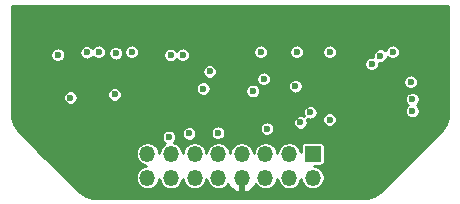
<source format=gbr>
%TF.GenerationSoftware,KiCad,Pcbnew,(5.1.6)-1*%
%TF.CreationDate,2021-02-17T18:40:24-08:00*%
%TF.ProjectId,kg-cable-asl,6b672d63-6162-46c6-952d-61736c2e6b69,rev?*%
%TF.SameCoordinates,Original*%
%TF.FileFunction,Copper,L3,Inr*%
%TF.FilePolarity,Positive*%
%FSLAX46Y46*%
G04 Gerber Fmt 4.6, Leading zero omitted, Abs format (unit mm)*
G04 Created by KiCad (PCBNEW (5.1.6)-1) date 2021-02-17 18:40:24*
%MOMM*%
%LPD*%
G01*
G04 APERTURE LIST*
%TA.AperFunction,ViaPad*%
%ADD10O,1.350000X1.350000*%
%TD*%
%TA.AperFunction,ViaPad*%
%ADD11R,1.350000X1.350000*%
%TD*%
%TA.AperFunction,ViaPad*%
%ADD12C,0.600000*%
%TD*%
%TA.AperFunction,Conductor*%
%ADD13C,0.254000*%
%TD*%
G04 APERTURE END LIST*
D10*
%TO.N,+12V*%
%TO.C,J1*%
X140772900Y-115030000D03*
%TO.N,/GPIO8*%
X140772900Y-113030000D03*
%TO.N,/GPIO7*%
X142772900Y-115030000D03*
%TO.N,/MIC*%
X142772900Y-113030000D03*
%TO.N,/GPIO6*%
X144772900Y-115030000D03*
%TO.N,/AUDIO_OUT*%
X144772900Y-113030000D03*
%TO.N,/GPIO5*%
X146772900Y-115030000D03*
%TO.N,/COR_DET*%
X146772900Y-113030000D03*
%TO.N,GND*%
X148772900Y-115030000D03*
%TO.N,/LEFT_OUT*%
X148772900Y-113030000D03*
%TO.N,/GPIO4*%
X150772900Y-115030000D03*
%TO.N,/CTCSS_DET*%
X150772900Y-113030000D03*
%TO.N,/GPIO1*%
X152772900Y-115030000D03*
%TO.N,+5V*%
X152772900Y-113030000D03*
%TO.N,/GPIO2*%
X154772900Y-115030000D03*
D11*
%TO.N,/PTT*%
X154772900Y-113030000D03*
%TD*%
D12*
%TO.N,GND*%
X130302000Y-105156000D03*
X130302000Y-106172000D03*
X131318000Y-106172000D03*
X131318000Y-105156000D03*
X148500000Y-106700000D03*
%TO.N,+5V*%
X153718961Y-110368794D03*
%TO.N,GND*%
X162000000Y-108500000D03*
X136000000Y-110250000D03*
X158200000Y-106900000D03*
X150900000Y-108400000D03*
X152100000Y-107600000D03*
%TO.N,+5V*%
X163068000Y-106934000D03*
X150622000Y-106680000D03*
X142752667Y-104652538D03*
X133197900Y-104648000D03*
X146050000Y-106045000D03*
X149700000Y-107700000D03*
X145500000Y-107500000D03*
X163200000Y-108400000D03*
X163200000Y-109400000D03*
X150900000Y-110900000D03*
%TO.N,/AIN_6DB*%
X135643264Y-104434558D03*
%TO.N,/RIGHT_OUT*%
X138100000Y-104500000D03*
X134250000Y-108262000D03*
X138000000Y-107999998D03*
%TO.N,/LEFT_OUT*%
X144300000Y-111300000D03*
%TO.N,/MIC_AC*%
X143764000Y-104648000D03*
%TO.N,/EEP_DO*%
X153300000Y-107300000D03*
%TO.N,/EEP_DI*%
X154564810Y-109509871D03*
%TO.N,/EEP_CK*%
X156201091Y-110124228D03*
%TO.N,/EEP_CS*%
X160500000Y-104700000D03*
%TO.N,/GPIO8*%
X136652000Y-104394000D03*
%TO.N,/GPIO7*%
X139446000Y-104394000D03*
%TO.N,/COR_DET*%
X146750000Y-111250000D03*
%TO.N,/GPIO6*%
X150368000Y-104394000D03*
%TO.N,/GPIO5*%
X153416000Y-104394000D03*
%TO.N,/GPIO4*%
X156210000Y-104394000D03*
%TO.N,/GPIO2*%
X159766000Y-105410000D03*
%TO.N,/GPIO1*%
X161544000Y-104394000D03*
%TO.N,/AUDIO_OUT*%
X142600000Y-111600000D03*
%TD*%
D13*
%TO.N,GND*%
G36*
X166195604Y-109890952D02*
G01*
X166163585Y-110216978D01*
X166074924Y-110510472D01*
X165930942Y-110781159D01*
X165723927Y-111034904D01*
X160501203Y-116257529D01*
X160248214Y-116465337D01*
X159978010Y-116610220D01*
X159684812Y-116699859D01*
X159359545Y-116732899D01*
X136192750Y-116729403D01*
X135866735Y-116697388D01*
X135573233Y-116608726D01*
X135302552Y-116464749D01*
X135049317Y-116258153D01*
X131720827Y-112931312D01*
X139770900Y-112931312D01*
X139770900Y-113128688D01*
X139809407Y-113322273D01*
X139884939Y-113504625D01*
X139994596Y-113668738D01*
X140134162Y-113808304D01*
X140298275Y-113917961D01*
X140480627Y-113993493D01*
X140664157Y-114030000D01*
X140480627Y-114066507D01*
X140298275Y-114142039D01*
X140134162Y-114251696D01*
X139994596Y-114391262D01*
X139884939Y-114555375D01*
X139809407Y-114737727D01*
X139770900Y-114931312D01*
X139770900Y-115128688D01*
X139809407Y-115322273D01*
X139884939Y-115504625D01*
X139994596Y-115668738D01*
X140134162Y-115808304D01*
X140298275Y-115917961D01*
X140480627Y-115993493D01*
X140674212Y-116032000D01*
X140871588Y-116032000D01*
X141065173Y-115993493D01*
X141247525Y-115917961D01*
X141411638Y-115808304D01*
X141551204Y-115668738D01*
X141660861Y-115504625D01*
X141736393Y-115322273D01*
X141772900Y-115138743D01*
X141809407Y-115322273D01*
X141884939Y-115504625D01*
X141994596Y-115668738D01*
X142134162Y-115808304D01*
X142298275Y-115917961D01*
X142480627Y-115993493D01*
X142674212Y-116032000D01*
X142871588Y-116032000D01*
X143065173Y-115993493D01*
X143247525Y-115917961D01*
X143411638Y-115808304D01*
X143551204Y-115668738D01*
X143660861Y-115504625D01*
X143736393Y-115322273D01*
X143772900Y-115138743D01*
X143809407Y-115322273D01*
X143884939Y-115504625D01*
X143994596Y-115668738D01*
X144134162Y-115808304D01*
X144298275Y-115917961D01*
X144480627Y-115993493D01*
X144674212Y-116032000D01*
X144871588Y-116032000D01*
X145065173Y-115993493D01*
X145247525Y-115917961D01*
X145411638Y-115808304D01*
X145551204Y-115668738D01*
X145660861Y-115504625D01*
X145736393Y-115322273D01*
X145772900Y-115138743D01*
X145809407Y-115322273D01*
X145884939Y-115504625D01*
X145994596Y-115668738D01*
X146134162Y-115808304D01*
X146298275Y-115917961D01*
X146480627Y-115993493D01*
X146674212Y-116032000D01*
X146871588Y-116032000D01*
X147065173Y-115993493D01*
X147247525Y-115917961D01*
X147411638Y-115808304D01*
X147551204Y-115668738D01*
X147595157Y-115602958D01*
X147727556Y-115819537D01*
X147901673Y-116008303D01*
X148109271Y-116159473D01*
X148342372Y-116267238D01*
X148443500Y-116297910D01*
X148645900Y-116174224D01*
X148645900Y-115157000D01*
X148625900Y-115157000D01*
X148625900Y-114903000D01*
X148645900Y-114903000D01*
X148645900Y-114883000D01*
X148899900Y-114883000D01*
X148899900Y-114903000D01*
X148919900Y-114903000D01*
X148919900Y-115157000D01*
X148899900Y-115157000D01*
X148899900Y-116174224D01*
X149102300Y-116297910D01*
X149203428Y-116267238D01*
X149436529Y-116159473D01*
X149644127Y-116008303D01*
X149818244Y-115819537D01*
X149950643Y-115602958D01*
X149994596Y-115668738D01*
X150134162Y-115808304D01*
X150298275Y-115917961D01*
X150480627Y-115993493D01*
X150674212Y-116032000D01*
X150871588Y-116032000D01*
X151065173Y-115993493D01*
X151247525Y-115917961D01*
X151411638Y-115808304D01*
X151551204Y-115668738D01*
X151660861Y-115504625D01*
X151736393Y-115322273D01*
X151772900Y-115138743D01*
X151809407Y-115322273D01*
X151884939Y-115504625D01*
X151994596Y-115668738D01*
X152134162Y-115808304D01*
X152298275Y-115917961D01*
X152480627Y-115993493D01*
X152674212Y-116032000D01*
X152871588Y-116032000D01*
X153065173Y-115993493D01*
X153247525Y-115917961D01*
X153411638Y-115808304D01*
X153551204Y-115668738D01*
X153660861Y-115504625D01*
X153736393Y-115322273D01*
X153772900Y-115138743D01*
X153809407Y-115322273D01*
X153884939Y-115504625D01*
X153994596Y-115668738D01*
X154134162Y-115808304D01*
X154298275Y-115917961D01*
X154480627Y-115993493D01*
X154674212Y-116032000D01*
X154871588Y-116032000D01*
X155065173Y-115993493D01*
X155247525Y-115917961D01*
X155411638Y-115808304D01*
X155551204Y-115668738D01*
X155660861Y-115504625D01*
X155736393Y-115322273D01*
X155774900Y-115128688D01*
X155774900Y-114931312D01*
X155736393Y-114737727D01*
X155660861Y-114555375D01*
X155551204Y-114391262D01*
X155411638Y-114251696D01*
X155247525Y-114142039D01*
X155065173Y-114066507D01*
X154899650Y-114033582D01*
X155447900Y-114033582D01*
X155512003Y-114027268D01*
X155573643Y-114008570D01*
X155630450Y-113978206D01*
X155680243Y-113937343D01*
X155721106Y-113887550D01*
X155751470Y-113830743D01*
X155770168Y-113769103D01*
X155776482Y-113705000D01*
X155776482Y-112355000D01*
X155770168Y-112290897D01*
X155751470Y-112229257D01*
X155721106Y-112172450D01*
X155680243Y-112122657D01*
X155630450Y-112081794D01*
X155573643Y-112051430D01*
X155512003Y-112032732D01*
X155447900Y-112026418D01*
X154097900Y-112026418D01*
X154033797Y-112032732D01*
X153972157Y-112051430D01*
X153915350Y-112081794D01*
X153865557Y-112122657D01*
X153824694Y-112172450D01*
X153794330Y-112229257D01*
X153775632Y-112290897D01*
X153769318Y-112355000D01*
X153769318Y-112903250D01*
X153736393Y-112737727D01*
X153660861Y-112555375D01*
X153551204Y-112391262D01*
X153411638Y-112251696D01*
X153247525Y-112142039D01*
X153065173Y-112066507D01*
X152871588Y-112028000D01*
X152674212Y-112028000D01*
X152480627Y-112066507D01*
X152298275Y-112142039D01*
X152134162Y-112251696D01*
X151994596Y-112391262D01*
X151884939Y-112555375D01*
X151809407Y-112737727D01*
X151772900Y-112921257D01*
X151736393Y-112737727D01*
X151660861Y-112555375D01*
X151551204Y-112391262D01*
X151411638Y-112251696D01*
X151247525Y-112142039D01*
X151065173Y-112066507D01*
X150871588Y-112028000D01*
X150674212Y-112028000D01*
X150480627Y-112066507D01*
X150298275Y-112142039D01*
X150134162Y-112251696D01*
X149994596Y-112391262D01*
X149884939Y-112555375D01*
X149809407Y-112737727D01*
X149772900Y-112921257D01*
X149736393Y-112737727D01*
X149660861Y-112555375D01*
X149551204Y-112391262D01*
X149411638Y-112251696D01*
X149247525Y-112142039D01*
X149065173Y-112066507D01*
X148871588Y-112028000D01*
X148674212Y-112028000D01*
X148480627Y-112066507D01*
X148298275Y-112142039D01*
X148134162Y-112251696D01*
X147994596Y-112391262D01*
X147884939Y-112555375D01*
X147809407Y-112737727D01*
X147772900Y-112921257D01*
X147736393Y-112737727D01*
X147660861Y-112555375D01*
X147551204Y-112391262D01*
X147411638Y-112251696D01*
X147247525Y-112142039D01*
X147065173Y-112066507D01*
X146871588Y-112028000D01*
X146674212Y-112028000D01*
X146480627Y-112066507D01*
X146298275Y-112142039D01*
X146134162Y-112251696D01*
X145994596Y-112391262D01*
X145884939Y-112555375D01*
X145809407Y-112737727D01*
X145772900Y-112921257D01*
X145736393Y-112737727D01*
X145660861Y-112555375D01*
X145551204Y-112391262D01*
X145411638Y-112251696D01*
X145247525Y-112142039D01*
X145065173Y-112066507D01*
X144871588Y-112028000D01*
X144674212Y-112028000D01*
X144480627Y-112066507D01*
X144298275Y-112142039D01*
X144134162Y-112251696D01*
X143994596Y-112391262D01*
X143884939Y-112555375D01*
X143809407Y-112737727D01*
X143772900Y-112921257D01*
X143736393Y-112737727D01*
X143660861Y-112555375D01*
X143551204Y-112391262D01*
X143411638Y-112251696D01*
X143247525Y-112142039D01*
X143065173Y-112066507D01*
X143027666Y-112059046D01*
X143087023Y-111999689D01*
X143155640Y-111896996D01*
X143202905Y-111782889D01*
X143227000Y-111661754D01*
X143227000Y-111538246D01*
X143202905Y-111417111D01*
X143155640Y-111303004D01*
X143112371Y-111238246D01*
X143673000Y-111238246D01*
X143673000Y-111361754D01*
X143697095Y-111482889D01*
X143744360Y-111596996D01*
X143812977Y-111699689D01*
X143900311Y-111787023D01*
X144003004Y-111855640D01*
X144117111Y-111902905D01*
X144238246Y-111927000D01*
X144361754Y-111927000D01*
X144482889Y-111902905D01*
X144596996Y-111855640D01*
X144699689Y-111787023D01*
X144787023Y-111699689D01*
X144855640Y-111596996D01*
X144902905Y-111482889D01*
X144927000Y-111361754D01*
X144927000Y-111238246D01*
X144917055Y-111188246D01*
X146123000Y-111188246D01*
X146123000Y-111311754D01*
X146147095Y-111432889D01*
X146194360Y-111546996D01*
X146262977Y-111649689D01*
X146350311Y-111737023D01*
X146453004Y-111805640D01*
X146567111Y-111852905D01*
X146688246Y-111877000D01*
X146811754Y-111877000D01*
X146932889Y-111852905D01*
X147046996Y-111805640D01*
X147149689Y-111737023D01*
X147237023Y-111649689D01*
X147305640Y-111546996D01*
X147352905Y-111432889D01*
X147377000Y-111311754D01*
X147377000Y-111188246D01*
X147352905Y-111067111D01*
X147305640Y-110953004D01*
X147237023Y-110850311D01*
X147224958Y-110838246D01*
X150273000Y-110838246D01*
X150273000Y-110961754D01*
X150297095Y-111082889D01*
X150344360Y-111196996D01*
X150412977Y-111299689D01*
X150500311Y-111387023D01*
X150603004Y-111455640D01*
X150717111Y-111502905D01*
X150838246Y-111527000D01*
X150961754Y-111527000D01*
X151082889Y-111502905D01*
X151196996Y-111455640D01*
X151299689Y-111387023D01*
X151387023Y-111299689D01*
X151455640Y-111196996D01*
X151502905Y-111082889D01*
X151527000Y-110961754D01*
X151527000Y-110838246D01*
X151502905Y-110717111D01*
X151455640Y-110603004D01*
X151387023Y-110500311D01*
X151299689Y-110412977D01*
X151196996Y-110344360D01*
X151106899Y-110307040D01*
X153091961Y-110307040D01*
X153091961Y-110430548D01*
X153116056Y-110551683D01*
X153163321Y-110665790D01*
X153231938Y-110768483D01*
X153319272Y-110855817D01*
X153421965Y-110924434D01*
X153536072Y-110971699D01*
X153657207Y-110995794D01*
X153780715Y-110995794D01*
X153901850Y-110971699D01*
X154015957Y-110924434D01*
X154118650Y-110855817D01*
X154205984Y-110768483D01*
X154274601Y-110665790D01*
X154321866Y-110551683D01*
X154345961Y-110430548D01*
X154345961Y-110307040D01*
X154321866Y-110185905D01*
X154274601Y-110071798D01*
X154271390Y-110066992D01*
X154381921Y-110112776D01*
X154503056Y-110136871D01*
X154626564Y-110136871D01*
X154747699Y-110112776D01*
X154861806Y-110065511D01*
X154866351Y-110062474D01*
X155574091Y-110062474D01*
X155574091Y-110185982D01*
X155598186Y-110307117D01*
X155645451Y-110421224D01*
X155714068Y-110523917D01*
X155801402Y-110611251D01*
X155904095Y-110679868D01*
X156018202Y-110727133D01*
X156139337Y-110751228D01*
X156262845Y-110751228D01*
X156383980Y-110727133D01*
X156498087Y-110679868D01*
X156600780Y-110611251D01*
X156688114Y-110523917D01*
X156756731Y-110421224D01*
X156803996Y-110307117D01*
X156828091Y-110185982D01*
X156828091Y-110062474D01*
X156803996Y-109941339D01*
X156756731Y-109827232D01*
X156688114Y-109724539D01*
X156600780Y-109637205D01*
X156498087Y-109568588D01*
X156383980Y-109521323D01*
X156262845Y-109497228D01*
X156139337Y-109497228D01*
X156018202Y-109521323D01*
X155904095Y-109568588D01*
X155801402Y-109637205D01*
X155714068Y-109724539D01*
X155645451Y-109827232D01*
X155598186Y-109941339D01*
X155574091Y-110062474D01*
X154866351Y-110062474D01*
X154964499Y-109996894D01*
X155051833Y-109909560D01*
X155120450Y-109806867D01*
X155167715Y-109692760D01*
X155191810Y-109571625D01*
X155191810Y-109448117D01*
X155167715Y-109326982D01*
X155120450Y-109212875D01*
X155051833Y-109110182D01*
X154964499Y-109022848D01*
X154861806Y-108954231D01*
X154747699Y-108906966D01*
X154626564Y-108882871D01*
X154503056Y-108882871D01*
X154381921Y-108906966D01*
X154267814Y-108954231D01*
X154165121Y-109022848D01*
X154077787Y-109110182D01*
X154009170Y-109212875D01*
X153961905Y-109326982D01*
X153937810Y-109448117D01*
X153937810Y-109571625D01*
X153961905Y-109692760D01*
X154009170Y-109806867D01*
X154012381Y-109811673D01*
X153901850Y-109765889D01*
X153780715Y-109741794D01*
X153657207Y-109741794D01*
X153536072Y-109765889D01*
X153421965Y-109813154D01*
X153319272Y-109881771D01*
X153231938Y-109969105D01*
X153163321Y-110071798D01*
X153116056Y-110185905D01*
X153091961Y-110307040D01*
X151106899Y-110307040D01*
X151082889Y-110297095D01*
X150961754Y-110273000D01*
X150838246Y-110273000D01*
X150717111Y-110297095D01*
X150603004Y-110344360D01*
X150500311Y-110412977D01*
X150412977Y-110500311D01*
X150344360Y-110603004D01*
X150297095Y-110717111D01*
X150273000Y-110838246D01*
X147224958Y-110838246D01*
X147149689Y-110762977D01*
X147046996Y-110694360D01*
X146932889Y-110647095D01*
X146811754Y-110623000D01*
X146688246Y-110623000D01*
X146567111Y-110647095D01*
X146453004Y-110694360D01*
X146350311Y-110762977D01*
X146262977Y-110850311D01*
X146194360Y-110953004D01*
X146147095Y-111067111D01*
X146123000Y-111188246D01*
X144917055Y-111188246D01*
X144902905Y-111117111D01*
X144855640Y-111003004D01*
X144787023Y-110900311D01*
X144699689Y-110812977D01*
X144596996Y-110744360D01*
X144482889Y-110697095D01*
X144361754Y-110673000D01*
X144238246Y-110673000D01*
X144117111Y-110697095D01*
X144003004Y-110744360D01*
X143900311Y-110812977D01*
X143812977Y-110900311D01*
X143744360Y-111003004D01*
X143697095Y-111117111D01*
X143673000Y-111238246D01*
X143112371Y-111238246D01*
X143087023Y-111200311D01*
X142999689Y-111112977D01*
X142896996Y-111044360D01*
X142782889Y-110997095D01*
X142661754Y-110973000D01*
X142538246Y-110973000D01*
X142417111Y-110997095D01*
X142303004Y-111044360D01*
X142200311Y-111112977D01*
X142112977Y-111200311D01*
X142044360Y-111303004D01*
X141997095Y-111417111D01*
X141973000Y-111538246D01*
X141973000Y-111661754D01*
X141997095Y-111782889D01*
X142044360Y-111896996D01*
X142112977Y-111999689D01*
X142200311Y-112087023D01*
X142290462Y-112147260D01*
X142134162Y-112251696D01*
X141994596Y-112391262D01*
X141884939Y-112555375D01*
X141809407Y-112737727D01*
X141772900Y-112921257D01*
X141736393Y-112737727D01*
X141660861Y-112555375D01*
X141551204Y-112391262D01*
X141411638Y-112251696D01*
X141247525Y-112142039D01*
X141065173Y-112066507D01*
X140871588Y-112028000D01*
X140674212Y-112028000D01*
X140480627Y-112066507D01*
X140298275Y-112142039D01*
X140134162Y-112251696D01*
X139994596Y-112391262D01*
X139884939Y-112555375D01*
X139809407Y-112737727D01*
X139770900Y-112931312D01*
X131720827Y-112931312D01*
X129828507Y-111039931D01*
X129620174Y-110786427D01*
X129475227Y-110516259D01*
X129385517Y-110223083D01*
X129352401Y-109897844D01*
X129352659Y-108200246D01*
X133623000Y-108200246D01*
X133623000Y-108323754D01*
X133647095Y-108444889D01*
X133694360Y-108558996D01*
X133762977Y-108661689D01*
X133850311Y-108749023D01*
X133953004Y-108817640D01*
X134067111Y-108864905D01*
X134188246Y-108889000D01*
X134311754Y-108889000D01*
X134432889Y-108864905D01*
X134546996Y-108817640D01*
X134649689Y-108749023D01*
X134737023Y-108661689D01*
X134805640Y-108558996D01*
X134852905Y-108444889D01*
X134877000Y-108323754D01*
X134877000Y-108200246D01*
X134852905Y-108079111D01*
X134805640Y-107965004D01*
X134787760Y-107938244D01*
X137373000Y-107938244D01*
X137373000Y-108061752D01*
X137397095Y-108182887D01*
X137444360Y-108296994D01*
X137512977Y-108399687D01*
X137600311Y-108487021D01*
X137703004Y-108555638D01*
X137817111Y-108602903D01*
X137938246Y-108626998D01*
X138061754Y-108626998D01*
X138182889Y-108602903D01*
X138296996Y-108555638D01*
X138399689Y-108487021D01*
X138487023Y-108399687D01*
X138528076Y-108338246D01*
X162573000Y-108338246D01*
X162573000Y-108461754D01*
X162597095Y-108582889D01*
X162644360Y-108696996D01*
X162712977Y-108799689D01*
X162800311Y-108887023D01*
X162819733Y-108900000D01*
X162800311Y-108912977D01*
X162712977Y-109000311D01*
X162644360Y-109103004D01*
X162597095Y-109217111D01*
X162573000Y-109338246D01*
X162573000Y-109461754D01*
X162597095Y-109582889D01*
X162644360Y-109696996D01*
X162712977Y-109799689D01*
X162800311Y-109887023D01*
X162903004Y-109955640D01*
X163017111Y-110002905D01*
X163138246Y-110027000D01*
X163261754Y-110027000D01*
X163382889Y-110002905D01*
X163496996Y-109955640D01*
X163599689Y-109887023D01*
X163687023Y-109799689D01*
X163755640Y-109696996D01*
X163802905Y-109582889D01*
X163827000Y-109461754D01*
X163827000Y-109338246D01*
X163802905Y-109217111D01*
X163755640Y-109103004D01*
X163687023Y-109000311D01*
X163599689Y-108912977D01*
X163580267Y-108900000D01*
X163599689Y-108887023D01*
X163687023Y-108799689D01*
X163755640Y-108696996D01*
X163802905Y-108582889D01*
X163827000Y-108461754D01*
X163827000Y-108338246D01*
X163802905Y-108217111D01*
X163755640Y-108103004D01*
X163687023Y-108000311D01*
X163599689Y-107912977D01*
X163496996Y-107844360D01*
X163382889Y-107797095D01*
X163261754Y-107773000D01*
X163138246Y-107773000D01*
X163017111Y-107797095D01*
X162903004Y-107844360D01*
X162800311Y-107912977D01*
X162712977Y-108000311D01*
X162644360Y-108103004D01*
X162597095Y-108217111D01*
X162573000Y-108338246D01*
X138528076Y-108338246D01*
X138555640Y-108296994D01*
X138602905Y-108182887D01*
X138627000Y-108061752D01*
X138627000Y-107938244D01*
X138602905Y-107817109D01*
X138555640Y-107703002D01*
X138487023Y-107600309D01*
X138399689Y-107512975D01*
X138296996Y-107444358D01*
X138282241Y-107438246D01*
X144873000Y-107438246D01*
X144873000Y-107561754D01*
X144897095Y-107682889D01*
X144944360Y-107796996D01*
X145012977Y-107899689D01*
X145100311Y-107987023D01*
X145203004Y-108055640D01*
X145317111Y-108102905D01*
X145438246Y-108127000D01*
X145561754Y-108127000D01*
X145682889Y-108102905D01*
X145796996Y-108055640D01*
X145899689Y-107987023D01*
X145987023Y-107899689D01*
X146055640Y-107796996D01*
X146102905Y-107682889D01*
X146111784Y-107638246D01*
X149073000Y-107638246D01*
X149073000Y-107761754D01*
X149097095Y-107882889D01*
X149144360Y-107996996D01*
X149212977Y-108099689D01*
X149300311Y-108187023D01*
X149403004Y-108255640D01*
X149517111Y-108302905D01*
X149638246Y-108327000D01*
X149761754Y-108327000D01*
X149882889Y-108302905D01*
X149996996Y-108255640D01*
X150099689Y-108187023D01*
X150187023Y-108099689D01*
X150255640Y-107996996D01*
X150302905Y-107882889D01*
X150327000Y-107761754D01*
X150327000Y-107638246D01*
X150302905Y-107517111D01*
X150255640Y-107403004D01*
X150187023Y-107300311D01*
X150099689Y-107212977D01*
X149996996Y-107144360D01*
X149882889Y-107097095D01*
X149761754Y-107073000D01*
X149638246Y-107073000D01*
X149517111Y-107097095D01*
X149403004Y-107144360D01*
X149300311Y-107212977D01*
X149212977Y-107300311D01*
X149144360Y-107403004D01*
X149097095Y-107517111D01*
X149073000Y-107638246D01*
X146111784Y-107638246D01*
X146127000Y-107561754D01*
X146127000Y-107438246D01*
X146102905Y-107317111D01*
X146055640Y-107203004D01*
X145987023Y-107100311D01*
X145899689Y-107012977D01*
X145796996Y-106944360D01*
X145682889Y-106897095D01*
X145561754Y-106873000D01*
X145438246Y-106873000D01*
X145317111Y-106897095D01*
X145203004Y-106944360D01*
X145100311Y-107012977D01*
X145012977Y-107100311D01*
X144944360Y-107203004D01*
X144897095Y-107317111D01*
X144873000Y-107438246D01*
X138282241Y-107438246D01*
X138182889Y-107397093D01*
X138061754Y-107372998D01*
X137938246Y-107372998D01*
X137817111Y-107397093D01*
X137703004Y-107444358D01*
X137600311Y-107512975D01*
X137512977Y-107600309D01*
X137444360Y-107703002D01*
X137397095Y-107817109D01*
X137373000Y-107938244D01*
X134787760Y-107938244D01*
X134737023Y-107862311D01*
X134649689Y-107774977D01*
X134546996Y-107706360D01*
X134432889Y-107659095D01*
X134311754Y-107635000D01*
X134188246Y-107635000D01*
X134067111Y-107659095D01*
X133953004Y-107706360D01*
X133850311Y-107774977D01*
X133762977Y-107862311D01*
X133694360Y-107965004D01*
X133647095Y-108079111D01*
X133623000Y-108200246D01*
X129352659Y-108200246D01*
X129352997Y-105983246D01*
X145423000Y-105983246D01*
X145423000Y-106106754D01*
X145447095Y-106227889D01*
X145494360Y-106341996D01*
X145562977Y-106444689D01*
X145650311Y-106532023D01*
X145753004Y-106600640D01*
X145867111Y-106647905D01*
X145988246Y-106672000D01*
X146111754Y-106672000D01*
X146232889Y-106647905D01*
X146304491Y-106618246D01*
X149995000Y-106618246D01*
X149995000Y-106741754D01*
X150019095Y-106862889D01*
X150066360Y-106976996D01*
X150134977Y-107079689D01*
X150222311Y-107167023D01*
X150325004Y-107235640D01*
X150439111Y-107282905D01*
X150560246Y-107307000D01*
X150683754Y-107307000D01*
X150804889Y-107282905D01*
X150912704Y-107238246D01*
X152673000Y-107238246D01*
X152673000Y-107361754D01*
X152697095Y-107482889D01*
X152744360Y-107596996D01*
X152812977Y-107699689D01*
X152900311Y-107787023D01*
X153003004Y-107855640D01*
X153117111Y-107902905D01*
X153238246Y-107927000D01*
X153361754Y-107927000D01*
X153482889Y-107902905D01*
X153596996Y-107855640D01*
X153699689Y-107787023D01*
X153787023Y-107699689D01*
X153855640Y-107596996D01*
X153902905Y-107482889D01*
X153927000Y-107361754D01*
X153927000Y-107238246D01*
X153902905Y-107117111D01*
X153855640Y-107003004D01*
X153787023Y-106900311D01*
X153758958Y-106872246D01*
X162441000Y-106872246D01*
X162441000Y-106995754D01*
X162465095Y-107116889D01*
X162512360Y-107230996D01*
X162580977Y-107333689D01*
X162668311Y-107421023D01*
X162771004Y-107489640D01*
X162885111Y-107536905D01*
X163006246Y-107561000D01*
X163129754Y-107561000D01*
X163250889Y-107536905D01*
X163364996Y-107489640D01*
X163467689Y-107421023D01*
X163555023Y-107333689D01*
X163623640Y-107230996D01*
X163670905Y-107116889D01*
X163695000Y-106995754D01*
X163695000Y-106872246D01*
X163670905Y-106751111D01*
X163623640Y-106637004D01*
X163555023Y-106534311D01*
X163467689Y-106446977D01*
X163364996Y-106378360D01*
X163250889Y-106331095D01*
X163129754Y-106307000D01*
X163006246Y-106307000D01*
X162885111Y-106331095D01*
X162771004Y-106378360D01*
X162668311Y-106446977D01*
X162580977Y-106534311D01*
X162512360Y-106637004D01*
X162465095Y-106751111D01*
X162441000Y-106872246D01*
X153758958Y-106872246D01*
X153699689Y-106812977D01*
X153596996Y-106744360D01*
X153482889Y-106697095D01*
X153361754Y-106673000D01*
X153238246Y-106673000D01*
X153117111Y-106697095D01*
X153003004Y-106744360D01*
X152900311Y-106812977D01*
X152812977Y-106900311D01*
X152744360Y-107003004D01*
X152697095Y-107117111D01*
X152673000Y-107238246D01*
X150912704Y-107238246D01*
X150918996Y-107235640D01*
X151021689Y-107167023D01*
X151109023Y-107079689D01*
X151177640Y-106976996D01*
X151224905Y-106862889D01*
X151249000Y-106741754D01*
X151249000Y-106618246D01*
X151224905Y-106497111D01*
X151177640Y-106383004D01*
X151109023Y-106280311D01*
X151021689Y-106192977D01*
X150918996Y-106124360D01*
X150804889Y-106077095D01*
X150683754Y-106053000D01*
X150560246Y-106053000D01*
X150439111Y-106077095D01*
X150325004Y-106124360D01*
X150222311Y-106192977D01*
X150134977Y-106280311D01*
X150066360Y-106383004D01*
X150019095Y-106497111D01*
X149995000Y-106618246D01*
X146304491Y-106618246D01*
X146346996Y-106600640D01*
X146449689Y-106532023D01*
X146537023Y-106444689D01*
X146605640Y-106341996D01*
X146652905Y-106227889D01*
X146677000Y-106106754D01*
X146677000Y-105983246D01*
X146652905Y-105862111D01*
X146605640Y-105748004D01*
X146537023Y-105645311D01*
X146449689Y-105557977D01*
X146346996Y-105489360D01*
X146232889Y-105442095D01*
X146111754Y-105418000D01*
X145988246Y-105418000D01*
X145867111Y-105442095D01*
X145753004Y-105489360D01*
X145650311Y-105557977D01*
X145562977Y-105645311D01*
X145494360Y-105748004D01*
X145447095Y-105862111D01*
X145423000Y-105983246D01*
X129352997Y-105983246D01*
X129353094Y-105348246D01*
X159139000Y-105348246D01*
X159139000Y-105471754D01*
X159163095Y-105592889D01*
X159210360Y-105706996D01*
X159278977Y-105809689D01*
X159366311Y-105897023D01*
X159469004Y-105965640D01*
X159583111Y-106012905D01*
X159704246Y-106037000D01*
X159827754Y-106037000D01*
X159948889Y-106012905D01*
X160062996Y-105965640D01*
X160165689Y-105897023D01*
X160253023Y-105809689D01*
X160321640Y-105706996D01*
X160368905Y-105592889D01*
X160393000Y-105471754D01*
X160393000Y-105348246D01*
X160386736Y-105316754D01*
X160438246Y-105327000D01*
X160561754Y-105327000D01*
X160682889Y-105302905D01*
X160796996Y-105255640D01*
X160899689Y-105187023D01*
X160987023Y-105099689D01*
X161055640Y-104996996D01*
X161102905Y-104882889D01*
X161110084Y-104846796D01*
X161144311Y-104881023D01*
X161247004Y-104949640D01*
X161361111Y-104996905D01*
X161482246Y-105021000D01*
X161605754Y-105021000D01*
X161726889Y-104996905D01*
X161840996Y-104949640D01*
X161943689Y-104881023D01*
X162031023Y-104793689D01*
X162099640Y-104690996D01*
X162146905Y-104576889D01*
X162171000Y-104455754D01*
X162171000Y-104332246D01*
X162146905Y-104211111D01*
X162099640Y-104097004D01*
X162031023Y-103994311D01*
X161943689Y-103906977D01*
X161840996Y-103838360D01*
X161726889Y-103791095D01*
X161605754Y-103767000D01*
X161482246Y-103767000D01*
X161361111Y-103791095D01*
X161247004Y-103838360D01*
X161144311Y-103906977D01*
X161056977Y-103994311D01*
X160988360Y-104097004D01*
X160941095Y-104211111D01*
X160933916Y-104247204D01*
X160899689Y-104212977D01*
X160796996Y-104144360D01*
X160682889Y-104097095D01*
X160561754Y-104073000D01*
X160438246Y-104073000D01*
X160317111Y-104097095D01*
X160203004Y-104144360D01*
X160100311Y-104212977D01*
X160012977Y-104300311D01*
X159944360Y-104403004D01*
X159897095Y-104517111D01*
X159873000Y-104638246D01*
X159873000Y-104761754D01*
X159879264Y-104793246D01*
X159827754Y-104783000D01*
X159704246Y-104783000D01*
X159583111Y-104807095D01*
X159469004Y-104854360D01*
X159366311Y-104922977D01*
X159278977Y-105010311D01*
X159210360Y-105113004D01*
X159163095Y-105227111D01*
X159139000Y-105348246D01*
X129353094Y-105348246D01*
X129353211Y-104586246D01*
X132570900Y-104586246D01*
X132570900Y-104709754D01*
X132594995Y-104830889D01*
X132642260Y-104944996D01*
X132710877Y-105047689D01*
X132798211Y-105135023D01*
X132900904Y-105203640D01*
X133015011Y-105250905D01*
X133136146Y-105275000D01*
X133259654Y-105275000D01*
X133380789Y-105250905D01*
X133494896Y-105203640D01*
X133597589Y-105135023D01*
X133684923Y-105047689D01*
X133753540Y-104944996D01*
X133800805Y-104830889D01*
X133824900Y-104709754D01*
X133824900Y-104586246D01*
X133800805Y-104465111D01*
X133762570Y-104372804D01*
X135016264Y-104372804D01*
X135016264Y-104496312D01*
X135040359Y-104617447D01*
X135087624Y-104731554D01*
X135156241Y-104834247D01*
X135243575Y-104921581D01*
X135346268Y-104990198D01*
X135460375Y-105037463D01*
X135581510Y-105061558D01*
X135705018Y-105061558D01*
X135826153Y-105037463D01*
X135940260Y-104990198D01*
X136042953Y-104921581D01*
X136130287Y-104834247D01*
X136161182Y-104788009D01*
X136164977Y-104793689D01*
X136252311Y-104881023D01*
X136355004Y-104949640D01*
X136469111Y-104996905D01*
X136590246Y-105021000D01*
X136713754Y-105021000D01*
X136834889Y-104996905D01*
X136948996Y-104949640D01*
X137051689Y-104881023D01*
X137139023Y-104793689D01*
X137207640Y-104690996D01*
X137254905Y-104576889D01*
X137279000Y-104455754D01*
X137279000Y-104438246D01*
X137473000Y-104438246D01*
X137473000Y-104561754D01*
X137497095Y-104682889D01*
X137544360Y-104796996D01*
X137612977Y-104899689D01*
X137700311Y-104987023D01*
X137803004Y-105055640D01*
X137917111Y-105102905D01*
X138038246Y-105127000D01*
X138161754Y-105127000D01*
X138282889Y-105102905D01*
X138396996Y-105055640D01*
X138499689Y-104987023D01*
X138587023Y-104899689D01*
X138655640Y-104796996D01*
X138702905Y-104682889D01*
X138727000Y-104561754D01*
X138727000Y-104438246D01*
X138705916Y-104332246D01*
X138819000Y-104332246D01*
X138819000Y-104455754D01*
X138843095Y-104576889D01*
X138890360Y-104690996D01*
X138958977Y-104793689D01*
X139046311Y-104881023D01*
X139149004Y-104949640D01*
X139263111Y-104996905D01*
X139384246Y-105021000D01*
X139507754Y-105021000D01*
X139628889Y-104996905D01*
X139742996Y-104949640D01*
X139845689Y-104881023D01*
X139933023Y-104793689D01*
X140001640Y-104690996D01*
X140043149Y-104590784D01*
X142125667Y-104590784D01*
X142125667Y-104714292D01*
X142149762Y-104835427D01*
X142197027Y-104949534D01*
X142265644Y-105052227D01*
X142352978Y-105139561D01*
X142455671Y-105208178D01*
X142569778Y-105255443D01*
X142690913Y-105279538D01*
X142814421Y-105279538D01*
X142935556Y-105255443D01*
X143049663Y-105208178D01*
X143152356Y-105139561D01*
X143239690Y-105052227D01*
X143259850Y-105022056D01*
X143276977Y-105047689D01*
X143364311Y-105135023D01*
X143467004Y-105203640D01*
X143581111Y-105250905D01*
X143702246Y-105275000D01*
X143825754Y-105275000D01*
X143946889Y-105250905D01*
X144060996Y-105203640D01*
X144163689Y-105135023D01*
X144251023Y-105047689D01*
X144319640Y-104944996D01*
X144366905Y-104830889D01*
X144391000Y-104709754D01*
X144391000Y-104586246D01*
X144366905Y-104465111D01*
X144319640Y-104351004D01*
X144307107Y-104332246D01*
X149741000Y-104332246D01*
X149741000Y-104455754D01*
X149765095Y-104576889D01*
X149812360Y-104690996D01*
X149880977Y-104793689D01*
X149968311Y-104881023D01*
X150071004Y-104949640D01*
X150185111Y-104996905D01*
X150306246Y-105021000D01*
X150429754Y-105021000D01*
X150550889Y-104996905D01*
X150664996Y-104949640D01*
X150767689Y-104881023D01*
X150855023Y-104793689D01*
X150923640Y-104690996D01*
X150970905Y-104576889D01*
X150995000Y-104455754D01*
X150995000Y-104332246D01*
X152789000Y-104332246D01*
X152789000Y-104455754D01*
X152813095Y-104576889D01*
X152860360Y-104690996D01*
X152928977Y-104793689D01*
X153016311Y-104881023D01*
X153119004Y-104949640D01*
X153233111Y-104996905D01*
X153354246Y-105021000D01*
X153477754Y-105021000D01*
X153598889Y-104996905D01*
X153712996Y-104949640D01*
X153815689Y-104881023D01*
X153903023Y-104793689D01*
X153971640Y-104690996D01*
X154018905Y-104576889D01*
X154043000Y-104455754D01*
X154043000Y-104332246D01*
X155583000Y-104332246D01*
X155583000Y-104455754D01*
X155607095Y-104576889D01*
X155654360Y-104690996D01*
X155722977Y-104793689D01*
X155810311Y-104881023D01*
X155913004Y-104949640D01*
X156027111Y-104996905D01*
X156148246Y-105021000D01*
X156271754Y-105021000D01*
X156392889Y-104996905D01*
X156506996Y-104949640D01*
X156609689Y-104881023D01*
X156697023Y-104793689D01*
X156765640Y-104690996D01*
X156812905Y-104576889D01*
X156837000Y-104455754D01*
X156837000Y-104332246D01*
X156812905Y-104211111D01*
X156765640Y-104097004D01*
X156697023Y-103994311D01*
X156609689Y-103906977D01*
X156506996Y-103838360D01*
X156392889Y-103791095D01*
X156271754Y-103767000D01*
X156148246Y-103767000D01*
X156027111Y-103791095D01*
X155913004Y-103838360D01*
X155810311Y-103906977D01*
X155722977Y-103994311D01*
X155654360Y-104097004D01*
X155607095Y-104211111D01*
X155583000Y-104332246D01*
X154043000Y-104332246D01*
X154018905Y-104211111D01*
X153971640Y-104097004D01*
X153903023Y-103994311D01*
X153815689Y-103906977D01*
X153712996Y-103838360D01*
X153598889Y-103791095D01*
X153477754Y-103767000D01*
X153354246Y-103767000D01*
X153233111Y-103791095D01*
X153119004Y-103838360D01*
X153016311Y-103906977D01*
X152928977Y-103994311D01*
X152860360Y-104097004D01*
X152813095Y-104211111D01*
X152789000Y-104332246D01*
X150995000Y-104332246D01*
X150970905Y-104211111D01*
X150923640Y-104097004D01*
X150855023Y-103994311D01*
X150767689Y-103906977D01*
X150664996Y-103838360D01*
X150550889Y-103791095D01*
X150429754Y-103767000D01*
X150306246Y-103767000D01*
X150185111Y-103791095D01*
X150071004Y-103838360D01*
X149968311Y-103906977D01*
X149880977Y-103994311D01*
X149812360Y-104097004D01*
X149765095Y-104211111D01*
X149741000Y-104332246D01*
X144307107Y-104332246D01*
X144251023Y-104248311D01*
X144163689Y-104160977D01*
X144060996Y-104092360D01*
X143946889Y-104045095D01*
X143825754Y-104021000D01*
X143702246Y-104021000D01*
X143581111Y-104045095D01*
X143467004Y-104092360D01*
X143364311Y-104160977D01*
X143276977Y-104248311D01*
X143256817Y-104278482D01*
X143239690Y-104252849D01*
X143152356Y-104165515D01*
X143049663Y-104096898D01*
X142935556Y-104049633D01*
X142814421Y-104025538D01*
X142690913Y-104025538D01*
X142569778Y-104049633D01*
X142455671Y-104096898D01*
X142352978Y-104165515D01*
X142265644Y-104252849D01*
X142197027Y-104355542D01*
X142149762Y-104469649D01*
X142125667Y-104590784D01*
X140043149Y-104590784D01*
X140048905Y-104576889D01*
X140073000Y-104455754D01*
X140073000Y-104332246D01*
X140048905Y-104211111D01*
X140001640Y-104097004D01*
X139933023Y-103994311D01*
X139845689Y-103906977D01*
X139742996Y-103838360D01*
X139628889Y-103791095D01*
X139507754Y-103767000D01*
X139384246Y-103767000D01*
X139263111Y-103791095D01*
X139149004Y-103838360D01*
X139046311Y-103906977D01*
X138958977Y-103994311D01*
X138890360Y-104097004D01*
X138843095Y-104211111D01*
X138819000Y-104332246D01*
X138705916Y-104332246D01*
X138702905Y-104317111D01*
X138655640Y-104203004D01*
X138587023Y-104100311D01*
X138499689Y-104012977D01*
X138396996Y-103944360D01*
X138282889Y-103897095D01*
X138161754Y-103873000D01*
X138038246Y-103873000D01*
X137917111Y-103897095D01*
X137803004Y-103944360D01*
X137700311Y-104012977D01*
X137612977Y-104100311D01*
X137544360Y-104203004D01*
X137497095Y-104317111D01*
X137473000Y-104438246D01*
X137279000Y-104438246D01*
X137279000Y-104332246D01*
X137254905Y-104211111D01*
X137207640Y-104097004D01*
X137139023Y-103994311D01*
X137051689Y-103906977D01*
X136948996Y-103838360D01*
X136834889Y-103791095D01*
X136713754Y-103767000D01*
X136590246Y-103767000D01*
X136469111Y-103791095D01*
X136355004Y-103838360D01*
X136252311Y-103906977D01*
X136164977Y-103994311D01*
X136134082Y-104040549D01*
X136130287Y-104034869D01*
X136042953Y-103947535D01*
X135940260Y-103878918D01*
X135826153Y-103831653D01*
X135705018Y-103807558D01*
X135581510Y-103807558D01*
X135460375Y-103831653D01*
X135346268Y-103878918D01*
X135243575Y-103947535D01*
X135156241Y-104034869D01*
X135087624Y-104137562D01*
X135040359Y-104251669D01*
X135016264Y-104372804D01*
X133762570Y-104372804D01*
X133753540Y-104351004D01*
X133684923Y-104248311D01*
X133597589Y-104160977D01*
X133494896Y-104092360D01*
X133380789Y-104045095D01*
X133259654Y-104021000D01*
X133136146Y-104021000D01*
X133015011Y-104045095D01*
X132900904Y-104092360D01*
X132798211Y-104160977D01*
X132710877Y-104248311D01*
X132642260Y-104351004D01*
X132594995Y-104465111D01*
X132570900Y-104586246D01*
X129353211Y-104586246D01*
X129353835Y-100503000D01*
X166196939Y-100503000D01*
X166195604Y-109890952D01*
G37*
X166195604Y-109890952D02*
X166163585Y-110216978D01*
X166074924Y-110510472D01*
X165930942Y-110781159D01*
X165723927Y-111034904D01*
X160501203Y-116257529D01*
X160248214Y-116465337D01*
X159978010Y-116610220D01*
X159684812Y-116699859D01*
X159359545Y-116732899D01*
X136192750Y-116729403D01*
X135866735Y-116697388D01*
X135573233Y-116608726D01*
X135302552Y-116464749D01*
X135049317Y-116258153D01*
X131720827Y-112931312D01*
X139770900Y-112931312D01*
X139770900Y-113128688D01*
X139809407Y-113322273D01*
X139884939Y-113504625D01*
X139994596Y-113668738D01*
X140134162Y-113808304D01*
X140298275Y-113917961D01*
X140480627Y-113993493D01*
X140664157Y-114030000D01*
X140480627Y-114066507D01*
X140298275Y-114142039D01*
X140134162Y-114251696D01*
X139994596Y-114391262D01*
X139884939Y-114555375D01*
X139809407Y-114737727D01*
X139770900Y-114931312D01*
X139770900Y-115128688D01*
X139809407Y-115322273D01*
X139884939Y-115504625D01*
X139994596Y-115668738D01*
X140134162Y-115808304D01*
X140298275Y-115917961D01*
X140480627Y-115993493D01*
X140674212Y-116032000D01*
X140871588Y-116032000D01*
X141065173Y-115993493D01*
X141247525Y-115917961D01*
X141411638Y-115808304D01*
X141551204Y-115668738D01*
X141660861Y-115504625D01*
X141736393Y-115322273D01*
X141772900Y-115138743D01*
X141809407Y-115322273D01*
X141884939Y-115504625D01*
X141994596Y-115668738D01*
X142134162Y-115808304D01*
X142298275Y-115917961D01*
X142480627Y-115993493D01*
X142674212Y-116032000D01*
X142871588Y-116032000D01*
X143065173Y-115993493D01*
X143247525Y-115917961D01*
X143411638Y-115808304D01*
X143551204Y-115668738D01*
X143660861Y-115504625D01*
X143736393Y-115322273D01*
X143772900Y-115138743D01*
X143809407Y-115322273D01*
X143884939Y-115504625D01*
X143994596Y-115668738D01*
X144134162Y-115808304D01*
X144298275Y-115917961D01*
X144480627Y-115993493D01*
X144674212Y-116032000D01*
X144871588Y-116032000D01*
X145065173Y-115993493D01*
X145247525Y-115917961D01*
X145411638Y-115808304D01*
X145551204Y-115668738D01*
X145660861Y-115504625D01*
X145736393Y-115322273D01*
X145772900Y-115138743D01*
X145809407Y-115322273D01*
X145884939Y-115504625D01*
X145994596Y-115668738D01*
X146134162Y-115808304D01*
X146298275Y-115917961D01*
X146480627Y-115993493D01*
X146674212Y-116032000D01*
X146871588Y-116032000D01*
X147065173Y-115993493D01*
X147247525Y-115917961D01*
X147411638Y-115808304D01*
X147551204Y-115668738D01*
X147595157Y-115602958D01*
X147727556Y-115819537D01*
X147901673Y-116008303D01*
X148109271Y-116159473D01*
X148342372Y-116267238D01*
X148443500Y-116297910D01*
X148645900Y-116174224D01*
X148645900Y-115157000D01*
X148625900Y-115157000D01*
X148625900Y-114903000D01*
X148645900Y-114903000D01*
X148645900Y-114883000D01*
X148899900Y-114883000D01*
X148899900Y-114903000D01*
X148919900Y-114903000D01*
X148919900Y-115157000D01*
X148899900Y-115157000D01*
X148899900Y-116174224D01*
X149102300Y-116297910D01*
X149203428Y-116267238D01*
X149436529Y-116159473D01*
X149644127Y-116008303D01*
X149818244Y-115819537D01*
X149950643Y-115602958D01*
X149994596Y-115668738D01*
X150134162Y-115808304D01*
X150298275Y-115917961D01*
X150480627Y-115993493D01*
X150674212Y-116032000D01*
X150871588Y-116032000D01*
X151065173Y-115993493D01*
X151247525Y-115917961D01*
X151411638Y-115808304D01*
X151551204Y-115668738D01*
X151660861Y-115504625D01*
X151736393Y-115322273D01*
X151772900Y-115138743D01*
X151809407Y-115322273D01*
X151884939Y-115504625D01*
X151994596Y-115668738D01*
X152134162Y-115808304D01*
X152298275Y-115917961D01*
X152480627Y-115993493D01*
X152674212Y-116032000D01*
X152871588Y-116032000D01*
X153065173Y-115993493D01*
X153247525Y-115917961D01*
X153411638Y-115808304D01*
X153551204Y-115668738D01*
X153660861Y-115504625D01*
X153736393Y-115322273D01*
X153772900Y-115138743D01*
X153809407Y-115322273D01*
X153884939Y-115504625D01*
X153994596Y-115668738D01*
X154134162Y-115808304D01*
X154298275Y-115917961D01*
X154480627Y-115993493D01*
X154674212Y-116032000D01*
X154871588Y-116032000D01*
X155065173Y-115993493D01*
X155247525Y-115917961D01*
X155411638Y-115808304D01*
X155551204Y-115668738D01*
X155660861Y-115504625D01*
X155736393Y-115322273D01*
X155774900Y-115128688D01*
X155774900Y-114931312D01*
X155736393Y-114737727D01*
X155660861Y-114555375D01*
X155551204Y-114391262D01*
X155411638Y-114251696D01*
X155247525Y-114142039D01*
X155065173Y-114066507D01*
X154899650Y-114033582D01*
X155447900Y-114033582D01*
X155512003Y-114027268D01*
X155573643Y-114008570D01*
X155630450Y-113978206D01*
X155680243Y-113937343D01*
X155721106Y-113887550D01*
X155751470Y-113830743D01*
X155770168Y-113769103D01*
X155776482Y-113705000D01*
X155776482Y-112355000D01*
X155770168Y-112290897D01*
X155751470Y-112229257D01*
X155721106Y-112172450D01*
X155680243Y-112122657D01*
X155630450Y-112081794D01*
X155573643Y-112051430D01*
X155512003Y-112032732D01*
X155447900Y-112026418D01*
X154097900Y-112026418D01*
X154033797Y-112032732D01*
X153972157Y-112051430D01*
X153915350Y-112081794D01*
X153865557Y-112122657D01*
X153824694Y-112172450D01*
X153794330Y-112229257D01*
X153775632Y-112290897D01*
X153769318Y-112355000D01*
X153769318Y-112903250D01*
X153736393Y-112737727D01*
X153660861Y-112555375D01*
X153551204Y-112391262D01*
X153411638Y-112251696D01*
X153247525Y-112142039D01*
X153065173Y-112066507D01*
X152871588Y-112028000D01*
X152674212Y-112028000D01*
X152480627Y-112066507D01*
X152298275Y-112142039D01*
X152134162Y-112251696D01*
X151994596Y-112391262D01*
X151884939Y-112555375D01*
X151809407Y-112737727D01*
X151772900Y-112921257D01*
X151736393Y-112737727D01*
X151660861Y-112555375D01*
X151551204Y-112391262D01*
X151411638Y-112251696D01*
X151247525Y-112142039D01*
X151065173Y-112066507D01*
X150871588Y-112028000D01*
X150674212Y-112028000D01*
X150480627Y-112066507D01*
X150298275Y-112142039D01*
X150134162Y-112251696D01*
X149994596Y-112391262D01*
X149884939Y-112555375D01*
X149809407Y-112737727D01*
X149772900Y-112921257D01*
X149736393Y-112737727D01*
X149660861Y-112555375D01*
X149551204Y-112391262D01*
X149411638Y-112251696D01*
X149247525Y-112142039D01*
X149065173Y-112066507D01*
X148871588Y-112028000D01*
X148674212Y-112028000D01*
X148480627Y-112066507D01*
X148298275Y-112142039D01*
X148134162Y-112251696D01*
X147994596Y-112391262D01*
X147884939Y-112555375D01*
X147809407Y-112737727D01*
X147772900Y-112921257D01*
X147736393Y-112737727D01*
X147660861Y-112555375D01*
X147551204Y-112391262D01*
X147411638Y-112251696D01*
X147247525Y-112142039D01*
X147065173Y-112066507D01*
X146871588Y-112028000D01*
X146674212Y-112028000D01*
X146480627Y-112066507D01*
X146298275Y-112142039D01*
X146134162Y-112251696D01*
X145994596Y-112391262D01*
X145884939Y-112555375D01*
X145809407Y-112737727D01*
X145772900Y-112921257D01*
X145736393Y-112737727D01*
X145660861Y-112555375D01*
X145551204Y-112391262D01*
X145411638Y-112251696D01*
X145247525Y-112142039D01*
X145065173Y-112066507D01*
X144871588Y-112028000D01*
X144674212Y-112028000D01*
X144480627Y-112066507D01*
X144298275Y-112142039D01*
X144134162Y-112251696D01*
X143994596Y-112391262D01*
X143884939Y-112555375D01*
X143809407Y-112737727D01*
X143772900Y-112921257D01*
X143736393Y-112737727D01*
X143660861Y-112555375D01*
X143551204Y-112391262D01*
X143411638Y-112251696D01*
X143247525Y-112142039D01*
X143065173Y-112066507D01*
X143027666Y-112059046D01*
X143087023Y-111999689D01*
X143155640Y-111896996D01*
X143202905Y-111782889D01*
X143227000Y-111661754D01*
X143227000Y-111538246D01*
X143202905Y-111417111D01*
X143155640Y-111303004D01*
X143112371Y-111238246D01*
X143673000Y-111238246D01*
X143673000Y-111361754D01*
X143697095Y-111482889D01*
X143744360Y-111596996D01*
X143812977Y-111699689D01*
X143900311Y-111787023D01*
X144003004Y-111855640D01*
X144117111Y-111902905D01*
X144238246Y-111927000D01*
X144361754Y-111927000D01*
X144482889Y-111902905D01*
X144596996Y-111855640D01*
X144699689Y-111787023D01*
X144787023Y-111699689D01*
X144855640Y-111596996D01*
X144902905Y-111482889D01*
X144927000Y-111361754D01*
X144927000Y-111238246D01*
X144917055Y-111188246D01*
X146123000Y-111188246D01*
X146123000Y-111311754D01*
X146147095Y-111432889D01*
X146194360Y-111546996D01*
X146262977Y-111649689D01*
X146350311Y-111737023D01*
X146453004Y-111805640D01*
X146567111Y-111852905D01*
X146688246Y-111877000D01*
X146811754Y-111877000D01*
X146932889Y-111852905D01*
X147046996Y-111805640D01*
X147149689Y-111737023D01*
X147237023Y-111649689D01*
X147305640Y-111546996D01*
X147352905Y-111432889D01*
X147377000Y-111311754D01*
X147377000Y-111188246D01*
X147352905Y-111067111D01*
X147305640Y-110953004D01*
X147237023Y-110850311D01*
X147224958Y-110838246D01*
X150273000Y-110838246D01*
X150273000Y-110961754D01*
X150297095Y-111082889D01*
X150344360Y-111196996D01*
X150412977Y-111299689D01*
X150500311Y-111387023D01*
X150603004Y-111455640D01*
X150717111Y-111502905D01*
X150838246Y-111527000D01*
X150961754Y-111527000D01*
X151082889Y-111502905D01*
X151196996Y-111455640D01*
X151299689Y-111387023D01*
X151387023Y-111299689D01*
X151455640Y-111196996D01*
X151502905Y-111082889D01*
X151527000Y-110961754D01*
X151527000Y-110838246D01*
X151502905Y-110717111D01*
X151455640Y-110603004D01*
X151387023Y-110500311D01*
X151299689Y-110412977D01*
X151196996Y-110344360D01*
X151106899Y-110307040D01*
X153091961Y-110307040D01*
X153091961Y-110430548D01*
X153116056Y-110551683D01*
X153163321Y-110665790D01*
X153231938Y-110768483D01*
X153319272Y-110855817D01*
X153421965Y-110924434D01*
X153536072Y-110971699D01*
X153657207Y-110995794D01*
X153780715Y-110995794D01*
X153901850Y-110971699D01*
X154015957Y-110924434D01*
X154118650Y-110855817D01*
X154205984Y-110768483D01*
X154274601Y-110665790D01*
X154321866Y-110551683D01*
X154345961Y-110430548D01*
X154345961Y-110307040D01*
X154321866Y-110185905D01*
X154274601Y-110071798D01*
X154271390Y-110066992D01*
X154381921Y-110112776D01*
X154503056Y-110136871D01*
X154626564Y-110136871D01*
X154747699Y-110112776D01*
X154861806Y-110065511D01*
X154866351Y-110062474D01*
X155574091Y-110062474D01*
X155574091Y-110185982D01*
X155598186Y-110307117D01*
X155645451Y-110421224D01*
X155714068Y-110523917D01*
X155801402Y-110611251D01*
X155904095Y-110679868D01*
X156018202Y-110727133D01*
X156139337Y-110751228D01*
X156262845Y-110751228D01*
X156383980Y-110727133D01*
X156498087Y-110679868D01*
X156600780Y-110611251D01*
X156688114Y-110523917D01*
X156756731Y-110421224D01*
X156803996Y-110307117D01*
X156828091Y-110185982D01*
X156828091Y-110062474D01*
X156803996Y-109941339D01*
X156756731Y-109827232D01*
X156688114Y-109724539D01*
X156600780Y-109637205D01*
X156498087Y-109568588D01*
X156383980Y-109521323D01*
X156262845Y-109497228D01*
X156139337Y-109497228D01*
X156018202Y-109521323D01*
X155904095Y-109568588D01*
X155801402Y-109637205D01*
X155714068Y-109724539D01*
X155645451Y-109827232D01*
X155598186Y-109941339D01*
X155574091Y-110062474D01*
X154866351Y-110062474D01*
X154964499Y-109996894D01*
X155051833Y-109909560D01*
X155120450Y-109806867D01*
X155167715Y-109692760D01*
X155191810Y-109571625D01*
X155191810Y-109448117D01*
X155167715Y-109326982D01*
X155120450Y-109212875D01*
X155051833Y-109110182D01*
X154964499Y-109022848D01*
X154861806Y-108954231D01*
X154747699Y-108906966D01*
X154626564Y-108882871D01*
X154503056Y-108882871D01*
X154381921Y-108906966D01*
X154267814Y-108954231D01*
X154165121Y-109022848D01*
X154077787Y-109110182D01*
X154009170Y-109212875D01*
X153961905Y-109326982D01*
X153937810Y-109448117D01*
X153937810Y-109571625D01*
X153961905Y-109692760D01*
X154009170Y-109806867D01*
X154012381Y-109811673D01*
X153901850Y-109765889D01*
X153780715Y-109741794D01*
X153657207Y-109741794D01*
X153536072Y-109765889D01*
X153421965Y-109813154D01*
X153319272Y-109881771D01*
X153231938Y-109969105D01*
X153163321Y-110071798D01*
X153116056Y-110185905D01*
X153091961Y-110307040D01*
X151106899Y-110307040D01*
X151082889Y-110297095D01*
X150961754Y-110273000D01*
X150838246Y-110273000D01*
X150717111Y-110297095D01*
X150603004Y-110344360D01*
X150500311Y-110412977D01*
X150412977Y-110500311D01*
X150344360Y-110603004D01*
X150297095Y-110717111D01*
X150273000Y-110838246D01*
X147224958Y-110838246D01*
X147149689Y-110762977D01*
X147046996Y-110694360D01*
X146932889Y-110647095D01*
X146811754Y-110623000D01*
X146688246Y-110623000D01*
X146567111Y-110647095D01*
X146453004Y-110694360D01*
X146350311Y-110762977D01*
X146262977Y-110850311D01*
X146194360Y-110953004D01*
X146147095Y-111067111D01*
X146123000Y-111188246D01*
X144917055Y-111188246D01*
X144902905Y-111117111D01*
X144855640Y-111003004D01*
X144787023Y-110900311D01*
X144699689Y-110812977D01*
X144596996Y-110744360D01*
X144482889Y-110697095D01*
X144361754Y-110673000D01*
X144238246Y-110673000D01*
X144117111Y-110697095D01*
X144003004Y-110744360D01*
X143900311Y-110812977D01*
X143812977Y-110900311D01*
X143744360Y-111003004D01*
X143697095Y-111117111D01*
X143673000Y-111238246D01*
X143112371Y-111238246D01*
X143087023Y-111200311D01*
X142999689Y-111112977D01*
X142896996Y-111044360D01*
X142782889Y-110997095D01*
X142661754Y-110973000D01*
X142538246Y-110973000D01*
X142417111Y-110997095D01*
X142303004Y-111044360D01*
X142200311Y-111112977D01*
X142112977Y-111200311D01*
X142044360Y-111303004D01*
X141997095Y-111417111D01*
X141973000Y-111538246D01*
X141973000Y-111661754D01*
X141997095Y-111782889D01*
X142044360Y-111896996D01*
X142112977Y-111999689D01*
X142200311Y-112087023D01*
X142290462Y-112147260D01*
X142134162Y-112251696D01*
X141994596Y-112391262D01*
X141884939Y-112555375D01*
X141809407Y-112737727D01*
X141772900Y-112921257D01*
X141736393Y-112737727D01*
X141660861Y-112555375D01*
X141551204Y-112391262D01*
X141411638Y-112251696D01*
X141247525Y-112142039D01*
X141065173Y-112066507D01*
X140871588Y-112028000D01*
X140674212Y-112028000D01*
X140480627Y-112066507D01*
X140298275Y-112142039D01*
X140134162Y-112251696D01*
X139994596Y-112391262D01*
X139884939Y-112555375D01*
X139809407Y-112737727D01*
X139770900Y-112931312D01*
X131720827Y-112931312D01*
X129828507Y-111039931D01*
X129620174Y-110786427D01*
X129475227Y-110516259D01*
X129385517Y-110223083D01*
X129352401Y-109897844D01*
X129352659Y-108200246D01*
X133623000Y-108200246D01*
X133623000Y-108323754D01*
X133647095Y-108444889D01*
X133694360Y-108558996D01*
X133762977Y-108661689D01*
X133850311Y-108749023D01*
X133953004Y-108817640D01*
X134067111Y-108864905D01*
X134188246Y-108889000D01*
X134311754Y-108889000D01*
X134432889Y-108864905D01*
X134546996Y-108817640D01*
X134649689Y-108749023D01*
X134737023Y-108661689D01*
X134805640Y-108558996D01*
X134852905Y-108444889D01*
X134877000Y-108323754D01*
X134877000Y-108200246D01*
X134852905Y-108079111D01*
X134805640Y-107965004D01*
X134787760Y-107938244D01*
X137373000Y-107938244D01*
X137373000Y-108061752D01*
X137397095Y-108182887D01*
X137444360Y-108296994D01*
X137512977Y-108399687D01*
X137600311Y-108487021D01*
X137703004Y-108555638D01*
X137817111Y-108602903D01*
X137938246Y-108626998D01*
X138061754Y-108626998D01*
X138182889Y-108602903D01*
X138296996Y-108555638D01*
X138399689Y-108487021D01*
X138487023Y-108399687D01*
X138528076Y-108338246D01*
X162573000Y-108338246D01*
X162573000Y-108461754D01*
X162597095Y-108582889D01*
X162644360Y-108696996D01*
X162712977Y-108799689D01*
X162800311Y-108887023D01*
X162819733Y-108900000D01*
X162800311Y-108912977D01*
X162712977Y-109000311D01*
X162644360Y-109103004D01*
X162597095Y-109217111D01*
X162573000Y-109338246D01*
X162573000Y-109461754D01*
X162597095Y-109582889D01*
X162644360Y-109696996D01*
X162712977Y-109799689D01*
X162800311Y-109887023D01*
X162903004Y-109955640D01*
X163017111Y-110002905D01*
X163138246Y-110027000D01*
X163261754Y-110027000D01*
X163382889Y-110002905D01*
X163496996Y-109955640D01*
X163599689Y-109887023D01*
X163687023Y-109799689D01*
X163755640Y-109696996D01*
X163802905Y-109582889D01*
X163827000Y-109461754D01*
X163827000Y-109338246D01*
X163802905Y-109217111D01*
X163755640Y-109103004D01*
X163687023Y-109000311D01*
X163599689Y-108912977D01*
X163580267Y-108900000D01*
X163599689Y-108887023D01*
X163687023Y-108799689D01*
X163755640Y-108696996D01*
X163802905Y-108582889D01*
X163827000Y-108461754D01*
X163827000Y-108338246D01*
X163802905Y-108217111D01*
X163755640Y-108103004D01*
X163687023Y-108000311D01*
X163599689Y-107912977D01*
X163496996Y-107844360D01*
X163382889Y-107797095D01*
X163261754Y-107773000D01*
X163138246Y-107773000D01*
X163017111Y-107797095D01*
X162903004Y-107844360D01*
X162800311Y-107912977D01*
X162712977Y-108000311D01*
X162644360Y-108103004D01*
X162597095Y-108217111D01*
X162573000Y-108338246D01*
X138528076Y-108338246D01*
X138555640Y-108296994D01*
X138602905Y-108182887D01*
X138627000Y-108061752D01*
X138627000Y-107938244D01*
X138602905Y-107817109D01*
X138555640Y-107703002D01*
X138487023Y-107600309D01*
X138399689Y-107512975D01*
X138296996Y-107444358D01*
X138282241Y-107438246D01*
X144873000Y-107438246D01*
X144873000Y-107561754D01*
X144897095Y-107682889D01*
X144944360Y-107796996D01*
X145012977Y-107899689D01*
X145100311Y-107987023D01*
X145203004Y-108055640D01*
X145317111Y-108102905D01*
X145438246Y-108127000D01*
X145561754Y-108127000D01*
X145682889Y-108102905D01*
X145796996Y-108055640D01*
X145899689Y-107987023D01*
X145987023Y-107899689D01*
X146055640Y-107796996D01*
X146102905Y-107682889D01*
X146111784Y-107638246D01*
X149073000Y-107638246D01*
X149073000Y-107761754D01*
X149097095Y-107882889D01*
X149144360Y-107996996D01*
X149212977Y-108099689D01*
X149300311Y-108187023D01*
X149403004Y-108255640D01*
X149517111Y-108302905D01*
X149638246Y-108327000D01*
X149761754Y-108327000D01*
X149882889Y-108302905D01*
X149996996Y-108255640D01*
X150099689Y-108187023D01*
X150187023Y-108099689D01*
X150255640Y-107996996D01*
X150302905Y-107882889D01*
X150327000Y-107761754D01*
X150327000Y-107638246D01*
X150302905Y-107517111D01*
X150255640Y-107403004D01*
X150187023Y-107300311D01*
X150099689Y-107212977D01*
X149996996Y-107144360D01*
X149882889Y-107097095D01*
X149761754Y-107073000D01*
X149638246Y-107073000D01*
X149517111Y-107097095D01*
X149403004Y-107144360D01*
X149300311Y-107212977D01*
X149212977Y-107300311D01*
X149144360Y-107403004D01*
X149097095Y-107517111D01*
X149073000Y-107638246D01*
X146111784Y-107638246D01*
X146127000Y-107561754D01*
X146127000Y-107438246D01*
X146102905Y-107317111D01*
X146055640Y-107203004D01*
X145987023Y-107100311D01*
X145899689Y-107012977D01*
X145796996Y-106944360D01*
X145682889Y-106897095D01*
X145561754Y-106873000D01*
X145438246Y-106873000D01*
X145317111Y-106897095D01*
X145203004Y-106944360D01*
X145100311Y-107012977D01*
X145012977Y-107100311D01*
X144944360Y-107203004D01*
X144897095Y-107317111D01*
X144873000Y-107438246D01*
X138282241Y-107438246D01*
X138182889Y-107397093D01*
X138061754Y-107372998D01*
X137938246Y-107372998D01*
X137817111Y-107397093D01*
X137703004Y-107444358D01*
X137600311Y-107512975D01*
X137512977Y-107600309D01*
X137444360Y-107703002D01*
X137397095Y-107817109D01*
X137373000Y-107938244D01*
X134787760Y-107938244D01*
X134737023Y-107862311D01*
X134649689Y-107774977D01*
X134546996Y-107706360D01*
X134432889Y-107659095D01*
X134311754Y-107635000D01*
X134188246Y-107635000D01*
X134067111Y-107659095D01*
X133953004Y-107706360D01*
X133850311Y-107774977D01*
X133762977Y-107862311D01*
X133694360Y-107965004D01*
X133647095Y-108079111D01*
X133623000Y-108200246D01*
X129352659Y-108200246D01*
X129352997Y-105983246D01*
X145423000Y-105983246D01*
X145423000Y-106106754D01*
X145447095Y-106227889D01*
X145494360Y-106341996D01*
X145562977Y-106444689D01*
X145650311Y-106532023D01*
X145753004Y-106600640D01*
X145867111Y-106647905D01*
X145988246Y-106672000D01*
X146111754Y-106672000D01*
X146232889Y-106647905D01*
X146304491Y-106618246D01*
X149995000Y-106618246D01*
X149995000Y-106741754D01*
X150019095Y-106862889D01*
X150066360Y-106976996D01*
X150134977Y-107079689D01*
X150222311Y-107167023D01*
X150325004Y-107235640D01*
X150439111Y-107282905D01*
X150560246Y-107307000D01*
X150683754Y-107307000D01*
X150804889Y-107282905D01*
X150912704Y-107238246D01*
X152673000Y-107238246D01*
X152673000Y-107361754D01*
X152697095Y-107482889D01*
X152744360Y-107596996D01*
X152812977Y-107699689D01*
X152900311Y-107787023D01*
X153003004Y-107855640D01*
X153117111Y-107902905D01*
X153238246Y-107927000D01*
X153361754Y-107927000D01*
X153482889Y-107902905D01*
X153596996Y-107855640D01*
X153699689Y-107787023D01*
X153787023Y-107699689D01*
X153855640Y-107596996D01*
X153902905Y-107482889D01*
X153927000Y-107361754D01*
X153927000Y-107238246D01*
X153902905Y-107117111D01*
X153855640Y-107003004D01*
X153787023Y-106900311D01*
X153758958Y-106872246D01*
X162441000Y-106872246D01*
X162441000Y-106995754D01*
X162465095Y-107116889D01*
X162512360Y-107230996D01*
X162580977Y-107333689D01*
X162668311Y-107421023D01*
X162771004Y-107489640D01*
X162885111Y-107536905D01*
X163006246Y-107561000D01*
X163129754Y-107561000D01*
X163250889Y-107536905D01*
X163364996Y-107489640D01*
X163467689Y-107421023D01*
X163555023Y-107333689D01*
X163623640Y-107230996D01*
X163670905Y-107116889D01*
X163695000Y-106995754D01*
X163695000Y-106872246D01*
X163670905Y-106751111D01*
X163623640Y-106637004D01*
X163555023Y-106534311D01*
X163467689Y-106446977D01*
X163364996Y-106378360D01*
X163250889Y-106331095D01*
X163129754Y-106307000D01*
X163006246Y-106307000D01*
X162885111Y-106331095D01*
X162771004Y-106378360D01*
X162668311Y-106446977D01*
X162580977Y-106534311D01*
X162512360Y-106637004D01*
X162465095Y-106751111D01*
X162441000Y-106872246D01*
X153758958Y-106872246D01*
X153699689Y-106812977D01*
X153596996Y-106744360D01*
X153482889Y-106697095D01*
X153361754Y-106673000D01*
X153238246Y-106673000D01*
X153117111Y-106697095D01*
X153003004Y-106744360D01*
X152900311Y-106812977D01*
X152812977Y-106900311D01*
X152744360Y-107003004D01*
X152697095Y-107117111D01*
X152673000Y-107238246D01*
X150912704Y-107238246D01*
X150918996Y-107235640D01*
X151021689Y-107167023D01*
X151109023Y-107079689D01*
X151177640Y-106976996D01*
X151224905Y-106862889D01*
X151249000Y-106741754D01*
X151249000Y-106618246D01*
X151224905Y-106497111D01*
X151177640Y-106383004D01*
X151109023Y-106280311D01*
X151021689Y-106192977D01*
X150918996Y-106124360D01*
X150804889Y-106077095D01*
X150683754Y-106053000D01*
X150560246Y-106053000D01*
X150439111Y-106077095D01*
X150325004Y-106124360D01*
X150222311Y-106192977D01*
X150134977Y-106280311D01*
X150066360Y-106383004D01*
X150019095Y-106497111D01*
X149995000Y-106618246D01*
X146304491Y-106618246D01*
X146346996Y-106600640D01*
X146449689Y-106532023D01*
X146537023Y-106444689D01*
X146605640Y-106341996D01*
X146652905Y-106227889D01*
X146677000Y-106106754D01*
X146677000Y-105983246D01*
X146652905Y-105862111D01*
X146605640Y-105748004D01*
X146537023Y-105645311D01*
X146449689Y-105557977D01*
X146346996Y-105489360D01*
X146232889Y-105442095D01*
X146111754Y-105418000D01*
X145988246Y-105418000D01*
X145867111Y-105442095D01*
X145753004Y-105489360D01*
X145650311Y-105557977D01*
X145562977Y-105645311D01*
X145494360Y-105748004D01*
X145447095Y-105862111D01*
X145423000Y-105983246D01*
X129352997Y-105983246D01*
X129353094Y-105348246D01*
X159139000Y-105348246D01*
X159139000Y-105471754D01*
X159163095Y-105592889D01*
X159210360Y-105706996D01*
X159278977Y-105809689D01*
X159366311Y-105897023D01*
X159469004Y-105965640D01*
X159583111Y-106012905D01*
X159704246Y-106037000D01*
X159827754Y-106037000D01*
X159948889Y-106012905D01*
X160062996Y-105965640D01*
X160165689Y-105897023D01*
X160253023Y-105809689D01*
X160321640Y-105706996D01*
X160368905Y-105592889D01*
X160393000Y-105471754D01*
X160393000Y-105348246D01*
X160386736Y-105316754D01*
X160438246Y-105327000D01*
X160561754Y-105327000D01*
X160682889Y-105302905D01*
X160796996Y-105255640D01*
X160899689Y-105187023D01*
X160987023Y-105099689D01*
X161055640Y-104996996D01*
X161102905Y-104882889D01*
X161110084Y-104846796D01*
X161144311Y-104881023D01*
X161247004Y-104949640D01*
X161361111Y-104996905D01*
X161482246Y-105021000D01*
X161605754Y-105021000D01*
X161726889Y-104996905D01*
X161840996Y-104949640D01*
X161943689Y-104881023D01*
X162031023Y-104793689D01*
X162099640Y-104690996D01*
X162146905Y-104576889D01*
X162171000Y-104455754D01*
X162171000Y-104332246D01*
X162146905Y-104211111D01*
X162099640Y-104097004D01*
X162031023Y-103994311D01*
X161943689Y-103906977D01*
X161840996Y-103838360D01*
X161726889Y-103791095D01*
X161605754Y-103767000D01*
X161482246Y-103767000D01*
X161361111Y-103791095D01*
X161247004Y-103838360D01*
X161144311Y-103906977D01*
X161056977Y-103994311D01*
X160988360Y-104097004D01*
X160941095Y-104211111D01*
X160933916Y-104247204D01*
X160899689Y-104212977D01*
X160796996Y-104144360D01*
X160682889Y-104097095D01*
X160561754Y-104073000D01*
X160438246Y-104073000D01*
X160317111Y-104097095D01*
X160203004Y-104144360D01*
X160100311Y-104212977D01*
X160012977Y-104300311D01*
X159944360Y-104403004D01*
X159897095Y-104517111D01*
X159873000Y-104638246D01*
X159873000Y-104761754D01*
X159879264Y-104793246D01*
X159827754Y-104783000D01*
X159704246Y-104783000D01*
X159583111Y-104807095D01*
X159469004Y-104854360D01*
X159366311Y-104922977D01*
X159278977Y-105010311D01*
X159210360Y-105113004D01*
X159163095Y-105227111D01*
X159139000Y-105348246D01*
X129353094Y-105348246D01*
X129353211Y-104586246D01*
X132570900Y-104586246D01*
X132570900Y-104709754D01*
X132594995Y-104830889D01*
X132642260Y-104944996D01*
X132710877Y-105047689D01*
X132798211Y-105135023D01*
X132900904Y-105203640D01*
X133015011Y-105250905D01*
X133136146Y-105275000D01*
X133259654Y-105275000D01*
X133380789Y-105250905D01*
X133494896Y-105203640D01*
X133597589Y-105135023D01*
X133684923Y-105047689D01*
X133753540Y-104944996D01*
X133800805Y-104830889D01*
X133824900Y-104709754D01*
X133824900Y-104586246D01*
X133800805Y-104465111D01*
X133762570Y-104372804D01*
X135016264Y-104372804D01*
X135016264Y-104496312D01*
X135040359Y-104617447D01*
X135087624Y-104731554D01*
X135156241Y-104834247D01*
X135243575Y-104921581D01*
X135346268Y-104990198D01*
X135460375Y-105037463D01*
X135581510Y-105061558D01*
X135705018Y-105061558D01*
X135826153Y-105037463D01*
X135940260Y-104990198D01*
X136042953Y-104921581D01*
X136130287Y-104834247D01*
X136161182Y-104788009D01*
X136164977Y-104793689D01*
X136252311Y-104881023D01*
X136355004Y-104949640D01*
X136469111Y-104996905D01*
X136590246Y-105021000D01*
X136713754Y-105021000D01*
X136834889Y-104996905D01*
X136948996Y-104949640D01*
X137051689Y-104881023D01*
X137139023Y-104793689D01*
X137207640Y-104690996D01*
X137254905Y-104576889D01*
X137279000Y-104455754D01*
X137279000Y-104438246D01*
X137473000Y-104438246D01*
X137473000Y-104561754D01*
X137497095Y-104682889D01*
X137544360Y-104796996D01*
X137612977Y-104899689D01*
X137700311Y-104987023D01*
X137803004Y-105055640D01*
X137917111Y-105102905D01*
X138038246Y-105127000D01*
X138161754Y-105127000D01*
X138282889Y-105102905D01*
X138396996Y-105055640D01*
X138499689Y-104987023D01*
X138587023Y-104899689D01*
X138655640Y-104796996D01*
X138702905Y-104682889D01*
X138727000Y-104561754D01*
X138727000Y-104438246D01*
X138705916Y-104332246D01*
X138819000Y-104332246D01*
X138819000Y-104455754D01*
X138843095Y-104576889D01*
X138890360Y-104690996D01*
X138958977Y-104793689D01*
X139046311Y-104881023D01*
X139149004Y-104949640D01*
X139263111Y-104996905D01*
X139384246Y-105021000D01*
X139507754Y-105021000D01*
X139628889Y-104996905D01*
X139742996Y-104949640D01*
X139845689Y-104881023D01*
X139933023Y-104793689D01*
X140001640Y-104690996D01*
X140043149Y-104590784D01*
X142125667Y-104590784D01*
X142125667Y-104714292D01*
X142149762Y-104835427D01*
X142197027Y-104949534D01*
X142265644Y-105052227D01*
X142352978Y-105139561D01*
X142455671Y-105208178D01*
X142569778Y-105255443D01*
X142690913Y-105279538D01*
X142814421Y-105279538D01*
X142935556Y-105255443D01*
X143049663Y-105208178D01*
X143152356Y-105139561D01*
X143239690Y-105052227D01*
X143259850Y-105022056D01*
X143276977Y-105047689D01*
X143364311Y-105135023D01*
X143467004Y-105203640D01*
X143581111Y-105250905D01*
X143702246Y-105275000D01*
X143825754Y-105275000D01*
X143946889Y-105250905D01*
X144060996Y-105203640D01*
X144163689Y-105135023D01*
X144251023Y-105047689D01*
X144319640Y-104944996D01*
X144366905Y-104830889D01*
X144391000Y-104709754D01*
X144391000Y-104586246D01*
X144366905Y-104465111D01*
X144319640Y-104351004D01*
X144307107Y-104332246D01*
X149741000Y-104332246D01*
X149741000Y-104455754D01*
X149765095Y-104576889D01*
X149812360Y-104690996D01*
X149880977Y-104793689D01*
X149968311Y-104881023D01*
X150071004Y-104949640D01*
X150185111Y-104996905D01*
X150306246Y-105021000D01*
X150429754Y-105021000D01*
X150550889Y-104996905D01*
X150664996Y-104949640D01*
X150767689Y-104881023D01*
X150855023Y-104793689D01*
X150923640Y-104690996D01*
X150970905Y-104576889D01*
X150995000Y-104455754D01*
X150995000Y-104332246D01*
X152789000Y-104332246D01*
X152789000Y-104455754D01*
X152813095Y-104576889D01*
X152860360Y-104690996D01*
X152928977Y-104793689D01*
X153016311Y-104881023D01*
X153119004Y-104949640D01*
X153233111Y-104996905D01*
X153354246Y-105021000D01*
X153477754Y-105021000D01*
X153598889Y-104996905D01*
X153712996Y-104949640D01*
X153815689Y-104881023D01*
X153903023Y-104793689D01*
X153971640Y-104690996D01*
X154018905Y-104576889D01*
X154043000Y-104455754D01*
X154043000Y-104332246D01*
X155583000Y-104332246D01*
X155583000Y-104455754D01*
X155607095Y-104576889D01*
X155654360Y-104690996D01*
X155722977Y-104793689D01*
X155810311Y-104881023D01*
X155913004Y-104949640D01*
X156027111Y-104996905D01*
X156148246Y-105021000D01*
X156271754Y-105021000D01*
X156392889Y-104996905D01*
X156506996Y-104949640D01*
X156609689Y-104881023D01*
X156697023Y-104793689D01*
X156765640Y-104690996D01*
X156812905Y-104576889D01*
X156837000Y-104455754D01*
X156837000Y-104332246D01*
X156812905Y-104211111D01*
X156765640Y-104097004D01*
X156697023Y-103994311D01*
X156609689Y-103906977D01*
X156506996Y-103838360D01*
X156392889Y-103791095D01*
X156271754Y-103767000D01*
X156148246Y-103767000D01*
X156027111Y-103791095D01*
X155913004Y-103838360D01*
X155810311Y-103906977D01*
X155722977Y-103994311D01*
X155654360Y-104097004D01*
X155607095Y-104211111D01*
X155583000Y-104332246D01*
X154043000Y-104332246D01*
X154018905Y-104211111D01*
X153971640Y-104097004D01*
X153903023Y-103994311D01*
X153815689Y-103906977D01*
X153712996Y-103838360D01*
X153598889Y-103791095D01*
X153477754Y-103767000D01*
X153354246Y-103767000D01*
X153233111Y-103791095D01*
X153119004Y-103838360D01*
X153016311Y-103906977D01*
X152928977Y-103994311D01*
X152860360Y-104097004D01*
X152813095Y-104211111D01*
X152789000Y-104332246D01*
X150995000Y-104332246D01*
X150970905Y-104211111D01*
X150923640Y-104097004D01*
X150855023Y-103994311D01*
X150767689Y-103906977D01*
X150664996Y-103838360D01*
X150550889Y-103791095D01*
X150429754Y-103767000D01*
X150306246Y-103767000D01*
X150185111Y-103791095D01*
X150071004Y-103838360D01*
X149968311Y-103906977D01*
X149880977Y-103994311D01*
X149812360Y-104097004D01*
X149765095Y-104211111D01*
X149741000Y-104332246D01*
X144307107Y-104332246D01*
X144251023Y-104248311D01*
X144163689Y-104160977D01*
X144060996Y-104092360D01*
X143946889Y-104045095D01*
X143825754Y-104021000D01*
X143702246Y-104021000D01*
X143581111Y-104045095D01*
X143467004Y-104092360D01*
X143364311Y-104160977D01*
X143276977Y-104248311D01*
X143256817Y-104278482D01*
X143239690Y-104252849D01*
X143152356Y-104165515D01*
X143049663Y-104096898D01*
X142935556Y-104049633D01*
X142814421Y-104025538D01*
X142690913Y-104025538D01*
X142569778Y-104049633D01*
X142455671Y-104096898D01*
X142352978Y-104165515D01*
X142265644Y-104252849D01*
X142197027Y-104355542D01*
X142149762Y-104469649D01*
X142125667Y-104590784D01*
X140043149Y-104590784D01*
X140048905Y-104576889D01*
X140073000Y-104455754D01*
X140073000Y-104332246D01*
X140048905Y-104211111D01*
X140001640Y-104097004D01*
X139933023Y-103994311D01*
X139845689Y-103906977D01*
X139742996Y-103838360D01*
X139628889Y-103791095D01*
X139507754Y-103767000D01*
X139384246Y-103767000D01*
X139263111Y-103791095D01*
X139149004Y-103838360D01*
X139046311Y-103906977D01*
X138958977Y-103994311D01*
X138890360Y-104097004D01*
X138843095Y-104211111D01*
X138819000Y-104332246D01*
X138705916Y-104332246D01*
X138702905Y-104317111D01*
X138655640Y-104203004D01*
X138587023Y-104100311D01*
X138499689Y-104012977D01*
X138396996Y-103944360D01*
X138282889Y-103897095D01*
X138161754Y-103873000D01*
X138038246Y-103873000D01*
X137917111Y-103897095D01*
X137803004Y-103944360D01*
X137700311Y-104012977D01*
X137612977Y-104100311D01*
X137544360Y-104203004D01*
X137497095Y-104317111D01*
X137473000Y-104438246D01*
X137279000Y-104438246D01*
X137279000Y-104332246D01*
X137254905Y-104211111D01*
X137207640Y-104097004D01*
X137139023Y-103994311D01*
X137051689Y-103906977D01*
X136948996Y-103838360D01*
X136834889Y-103791095D01*
X136713754Y-103767000D01*
X136590246Y-103767000D01*
X136469111Y-103791095D01*
X136355004Y-103838360D01*
X136252311Y-103906977D01*
X136164977Y-103994311D01*
X136134082Y-104040549D01*
X136130287Y-104034869D01*
X136042953Y-103947535D01*
X135940260Y-103878918D01*
X135826153Y-103831653D01*
X135705018Y-103807558D01*
X135581510Y-103807558D01*
X135460375Y-103831653D01*
X135346268Y-103878918D01*
X135243575Y-103947535D01*
X135156241Y-104034869D01*
X135087624Y-104137562D01*
X135040359Y-104251669D01*
X135016264Y-104372804D01*
X133762570Y-104372804D01*
X133753540Y-104351004D01*
X133684923Y-104248311D01*
X133597589Y-104160977D01*
X133494896Y-104092360D01*
X133380789Y-104045095D01*
X133259654Y-104021000D01*
X133136146Y-104021000D01*
X133015011Y-104045095D01*
X132900904Y-104092360D01*
X132798211Y-104160977D01*
X132710877Y-104248311D01*
X132642260Y-104351004D01*
X132594995Y-104465111D01*
X132570900Y-104586246D01*
X129353211Y-104586246D01*
X129353835Y-100503000D01*
X166196939Y-100503000D01*
X166195604Y-109890952D01*
%TD*%
M02*

</source>
